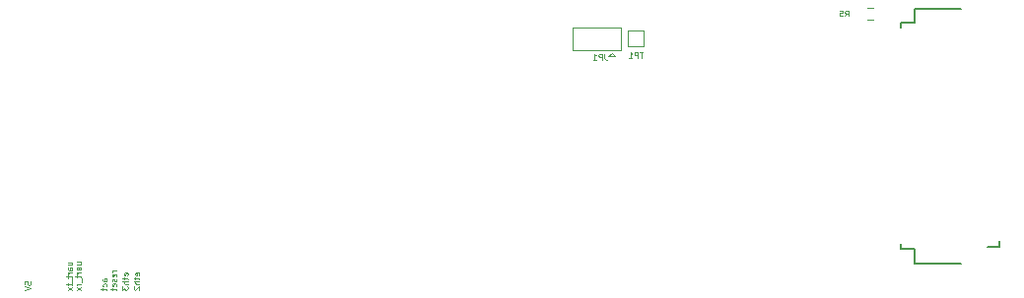
<source format=gbo>
G04 #@! TF.GenerationSoftware,KiCad,Pcbnew,5.1.8*
G04 #@! TF.CreationDate,2021-01-05T10:04:31+01:00*
G04 #@! TF.ProjectId,pislice,7069736c-6963-4652-9e6b-696361645f70,rev?*
G04 #@! TF.SameCoordinates,Original*
G04 #@! TF.FileFunction,Legend,Bot*
G04 #@! TF.FilePolarity,Positive*
%FSLAX46Y46*%
G04 Gerber Fmt 4.6, Leading zero omitted, Abs format (unit mm)*
G04 Created by KiCad (PCBNEW 5.1.8) date 2021-01-05 10:04:31*
%MOMM*%
%LPD*%
G01*
G04 APERTURE LIST*
%ADD10C,0.100000*%
%ADD11C,0.150000*%
%ADD12C,0.120000*%
%ADD13C,5.000000*%
%ADD14R,2.750000X1.200000*%
%ADD15R,1.550000X0.300000*%
%ADD16C,3.000000*%
%ADD17R,0.700000X4.300000*%
%ADD18R,0.700000X3.200000*%
%ADD19R,1.000000X1.000000*%
%ADD20R,1.000000X1.500000*%
%ADD21C,6.100000*%
G04 APERTURE END LIST*
D10*
X94526190Y-94187380D02*
X94526190Y-93949285D01*
X94764285Y-93925476D01*
X94740476Y-93949285D01*
X94716666Y-93996904D01*
X94716666Y-94115952D01*
X94740476Y-94163571D01*
X94764285Y-94187380D01*
X94811904Y-94211190D01*
X94930952Y-94211190D01*
X94978571Y-94187380D01*
X95002380Y-94163571D01*
X95026190Y-94115952D01*
X95026190Y-93996904D01*
X95002380Y-93949285D01*
X94978571Y-93925476D01*
X94526190Y-94354047D02*
X95026190Y-94520714D01*
X94526190Y-94687380D01*
X104330951Y-93401666D02*
X104354761Y-93354047D01*
X104354761Y-93258809D01*
X104330951Y-93211190D01*
X104283332Y-93187380D01*
X104092856Y-93187380D01*
X104045237Y-93211190D01*
X104021428Y-93258809D01*
X104021428Y-93354047D01*
X104045237Y-93401666D01*
X104092856Y-93425476D01*
X104140475Y-93425476D01*
X104188094Y-93187380D01*
X104021428Y-93568333D02*
X104021428Y-93758809D01*
X103854761Y-93639761D02*
X104283332Y-93639761D01*
X104330951Y-93663571D01*
X104354761Y-93711190D01*
X104354761Y-93758809D01*
X104354761Y-93925476D02*
X103854761Y-93925476D01*
X104354761Y-94139761D02*
X104092856Y-94139761D01*
X104045237Y-94115952D01*
X104021428Y-94068333D01*
X104021428Y-93996904D01*
X104045237Y-93949285D01*
X104069047Y-93925476D01*
X103902380Y-94354047D02*
X103878571Y-94377857D01*
X103854761Y-94425476D01*
X103854761Y-94544523D01*
X103878571Y-94592142D01*
X103902380Y-94615952D01*
X103949999Y-94639761D01*
X103997618Y-94639761D01*
X104069047Y-94615952D01*
X104354761Y-94330238D01*
X104354761Y-94639761D01*
X103330951Y-93401666D02*
X103354761Y-93354047D01*
X103354761Y-93258809D01*
X103330951Y-93211190D01*
X103283332Y-93187380D01*
X103092856Y-93187380D01*
X103045237Y-93211190D01*
X103021428Y-93258809D01*
X103021428Y-93354047D01*
X103045237Y-93401666D01*
X103092856Y-93425476D01*
X103140475Y-93425476D01*
X103188094Y-93187380D01*
X103021428Y-93568333D02*
X103021428Y-93758809D01*
X102854761Y-93639761D02*
X103283332Y-93639761D01*
X103330951Y-93663571D01*
X103354761Y-93711190D01*
X103354761Y-93758809D01*
X103354761Y-93925476D02*
X102854761Y-93925476D01*
X103354761Y-94139761D02*
X103092856Y-94139761D01*
X103045237Y-94115952D01*
X103021428Y-94068333D01*
X103021428Y-93996904D01*
X103045237Y-93949285D01*
X103069047Y-93925476D01*
X102854761Y-94330238D02*
X102854761Y-94639761D01*
X103045237Y-94473095D01*
X103045237Y-94544523D01*
X103069047Y-94592142D01*
X103092856Y-94615952D01*
X103140475Y-94639761D01*
X103259523Y-94639761D01*
X103307142Y-94615952D01*
X103330951Y-94592142D01*
X103354761Y-94544523D01*
X103354761Y-94401666D01*
X103330951Y-94354047D01*
X103307142Y-94330238D01*
X102354761Y-92996904D02*
X102021428Y-92996904D01*
X102116666Y-92996904D02*
X102069047Y-93020714D01*
X102045237Y-93044523D01*
X102021428Y-93092142D01*
X102021428Y-93139761D01*
X102330951Y-93496904D02*
X102354761Y-93449285D01*
X102354761Y-93354047D01*
X102330951Y-93306428D01*
X102283332Y-93282619D01*
X102092856Y-93282619D01*
X102045237Y-93306428D01*
X102021428Y-93354047D01*
X102021428Y-93449285D01*
X102045237Y-93496904D01*
X102092856Y-93520714D01*
X102140475Y-93520714D01*
X102188094Y-93282619D01*
X102330951Y-93711190D02*
X102354761Y-93758809D01*
X102354761Y-93854047D01*
X102330951Y-93901666D01*
X102283332Y-93925476D01*
X102259523Y-93925476D01*
X102211904Y-93901666D01*
X102188094Y-93854047D01*
X102188094Y-93782619D01*
X102164285Y-93735000D01*
X102116666Y-93711190D01*
X102092856Y-93711190D01*
X102045237Y-93735000D01*
X102021428Y-93782619D01*
X102021428Y-93854047D01*
X102045237Y-93901666D01*
X102330951Y-94330238D02*
X102354761Y-94282619D01*
X102354761Y-94187380D01*
X102330951Y-94139761D01*
X102283332Y-94115952D01*
X102092856Y-94115952D01*
X102045237Y-94139761D01*
X102021428Y-94187380D01*
X102021428Y-94282619D01*
X102045237Y-94330238D01*
X102092856Y-94354047D01*
X102140475Y-94354047D01*
X102188094Y-94115952D01*
X102021428Y-94496904D02*
X102021428Y-94687380D01*
X101854761Y-94568333D02*
X102283332Y-94568333D01*
X102330951Y-94592142D01*
X102354761Y-94639761D01*
X102354761Y-94687380D01*
X101554761Y-93901666D02*
X101292856Y-93901666D01*
X101245237Y-93877857D01*
X101221428Y-93830238D01*
X101221428Y-93735000D01*
X101245237Y-93687380D01*
X101530951Y-93901666D02*
X101554761Y-93854047D01*
X101554761Y-93735000D01*
X101530951Y-93687380D01*
X101483332Y-93663571D01*
X101435713Y-93663571D01*
X101388094Y-93687380D01*
X101364285Y-93735000D01*
X101364285Y-93854047D01*
X101340475Y-93901666D01*
X101530951Y-94354047D02*
X101554761Y-94306428D01*
X101554761Y-94211190D01*
X101530951Y-94163571D01*
X101507142Y-94139761D01*
X101459523Y-94115952D01*
X101316666Y-94115952D01*
X101269047Y-94139761D01*
X101245237Y-94163571D01*
X101221428Y-94211190D01*
X101221428Y-94306428D01*
X101245237Y-94354047D01*
X101221428Y-94496904D02*
X101221428Y-94687380D01*
X101054761Y-94568333D02*
X101483332Y-94568333D01*
X101530951Y-94592142D01*
X101554761Y-94639761D01*
X101554761Y-94687380D01*
X98221428Y-92496904D02*
X98554761Y-92496904D01*
X98221428Y-92282619D02*
X98483332Y-92282619D01*
X98530951Y-92306428D01*
X98554761Y-92354047D01*
X98554761Y-92425476D01*
X98530951Y-92473095D01*
X98507142Y-92496904D01*
X98554761Y-92949285D02*
X98292856Y-92949285D01*
X98245237Y-92925476D01*
X98221428Y-92877857D01*
X98221428Y-92782619D01*
X98245237Y-92735000D01*
X98530951Y-92949285D02*
X98554761Y-92901666D01*
X98554761Y-92782619D01*
X98530951Y-92735000D01*
X98483332Y-92711190D01*
X98435713Y-92711190D01*
X98388094Y-92735000D01*
X98364285Y-92782619D01*
X98364285Y-92901666D01*
X98340475Y-92949285D01*
X98554761Y-93187380D02*
X98221428Y-93187380D01*
X98316666Y-93187380D02*
X98269047Y-93211190D01*
X98245237Y-93235000D01*
X98221428Y-93282619D01*
X98221428Y-93330238D01*
X98221428Y-93425476D02*
X98221428Y-93615952D01*
X98054761Y-93496904D02*
X98483332Y-93496904D01*
X98530951Y-93520714D01*
X98554761Y-93568333D01*
X98554761Y-93615952D01*
X98602380Y-93663571D02*
X98602380Y-94044523D01*
X98221428Y-94092142D02*
X98221428Y-94282619D01*
X98054761Y-94163571D02*
X98483332Y-94163571D01*
X98530951Y-94187380D01*
X98554761Y-94235000D01*
X98554761Y-94282619D01*
X98554761Y-94401666D02*
X98221428Y-94663571D01*
X98221428Y-94401666D02*
X98554761Y-94663571D01*
X99021428Y-92473095D02*
X99354761Y-92473095D01*
X99021428Y-92258809D02*
X99283332Y-92258809D01*
X99330951Y-92282619D01*
X99354761Y-92330238D01*
X99354761Y-92401666D01*
X99330951Y-92449285D01*
X99307142Y-92473095D01*
X99354761Y-92925476D02*
X99092856Y-92925476D01*
X99045237Y-92901666D01*
X99021428Y-92854047D01*
X99021428Y-92758809D01*
X99045237Y-92711190D01*
X99330951Y-92925476D02*
X99354761Y-92877857D01*
X99354761Y-92758809D01*
X99330951Y-92711190D01*
X99283332Y-92687380D01*
X99235713Y-92687380D01*
X99188094Y-92711190D01*
X99164285Y-92758809D01*
X99164285Y-92877857D01*
X99140475Y-92925476D01*
X99354761Y-93163571D02*
X99021428Y-93163571D01*
X99116666Y-93163571D02*
X99069047Y-93187380D01*
X99045237Y-93211190D01*
X99021428Y-93258809D01*
X99021428Y-93306428D01*
X99021428Y-93401666D02*
X99021428Y-93592142D01*
X98854761Y-93473095D02*
X99283332Y-93473095D01*
X99330951Y-93496904D01*
X99354761Y-93544523D01*
X99354761Y-93592142D01*
X99402380Y-93639761D02*
X99402380Y-94020714D01*
X99354761Y-94139761D02*
X99021428Y-94139761D01*
X99116666Y-94139761D02*
X99069047Y-94163571D01*
X99045237Y-94187380D01*
X99021428Y-94235000D01*
X99021428Y-94282619D01*
X99354761Y-94401666D02*
X99021428Y-94663571D01*
X99021428Y-94401666D02*
X99354761Y-94663571D01*
D11*
G04 #@! TO.C,U1*
X177250000Y-90950000D02*
X178200000Y-90950000D01*
X178200000Y-90950000D02*
X178200000Y-90400000D01*
X170950000Y-70450000D02*
X174950000Y-70450000D01*
X170950000Y-92350000D02*
X174950000Y-92350000D01*
X170950000Y-70450000D02*
X170950000Y-71650000D01*
X170950000Y-71650000D02*
X169750000Y-71650000D01*
X169750000Y-71650000D02*
X169750000Y-72100000D01*
X169750000Y-90700000D02*
X169750000Y-91150000D01*
X169750000Y-91150000D02*
X170950000Y-91150000D01*
X170950000Y-91150000D02*
X170950000Y-92350000D01*
D12*
G04 #@! TO.C,TP1*
X146280000Y-72300000D02*
X146280000Y-73700000D01*
X147680000Y-72300000D02*
X146280000Y-72300000D01*
X147680000Y-73700000D02*
X147680000Y-72300000D01*
X146280000Y-73700000D02*
X147680000Y-73700000D01*
G04 #@! TO.C,R5*
X167369258Y-71388500D02*
X166894742Y-71388500D01*
X167369258Y-70343500D02*
X166894742Y-70343500D01*
G04 #@! TO.C,JP1*
X145700000Y-72050000D02*
X141600000Y-72050000D01*
X141600000Y-72050000D02*
X141600000Y-74050000D01*
X141600000Y-74050000D02*
X145700000Y-74050000D01*
X145700000Y-74050000D02*
X145700000Y-72050000D01*
X144950000Y-74250000D02*
X145250000Y-74550000D01*
X145250000Y-74550000D02*
X144650000Y-74550000D01*
X144950000Y-74250000D02*
X144650000Y-74550000D01*
G04 #@! TO.C,TP1*
D10*
X147610952Y-74174190D02*
X147325238Y-74174190D01*
X147468095Y-74674190D02*
X147468095Y-74174190D01*
X147158571Y-74674190D02*
X147158571Y-74174190D01*
X146968095Y-74174190D01*
X146920476Y-74198000D01*
X146896666Y-74221809D01*
X146872857Y-74269428D01*
X146872857Y-74340857D01*
X146896666Y-74388476D01*
X146920476Y-74412285D01*
X146968095Y-74436095D01*
X147158571Y-74436095D01*
X146396666Y-74674190D02*
X146682380Y-74674190D01*
X146539523Y-74674190D02*
X146539523Y-74174190D01*
X146587142Y-74245619D01*
X146634761Y-74293238D01*
X146682380Y-74317047D01*
G04 #@! TO.C,R5*
X164965333Y-71092190D02*
X165132000Y-70854095D01*
X165251047Y-71092190D02*
X165251047Y-70592190D01*
X165060571Y-70592190D01*
X165012952Y-70616000D01*
X164989142Y-70639809D01*
X164965333Y-70687428D01*
X164965333Y-70758857D01*
X164989142Y-70806476D01*
X165012952Y-70830285D01*
X165060571Y-70854095D01*
X165251047Y-70854095D01*
X164512952Y-70592190D02*
X164751047Y-70592190D01*
X164774857Y-70830285D01*
X164751047Y-70806476D01*
X164703428Y-70782666D01*
X164584380Y-70782666D01*
X164536761Y-70806476D01*
X164512952Y-70830285D01*
X164489142Y-70877904D01*
X164489142Y-70996952D01*
X164512952Y-71044571D01*
X164536761Y-71068380D01*
X164584380Y-71092190D01*
X164703428Y-71092190D01*
X164751047Y-71068380D01*
X164774857Y-71044571D01*
G04 #@! TO.C,JP1*
X144316666Y-74326190D02*
X144316666Y-74683333D01*
X144340476Y-74754761D01*
X144388095Y-74802380D01*
X144459523Y-74826190D01*
X144507142Y-74826190D01*
X144078571Y-74826190D02*
X144078571Y-74326190D01*
X143888095Y-74326190D01*
X143840476Y-74350000D01*
X143816666Y-74373809D01*
X143792857Y-74421428D01*
X143792857Y-74492857D01*
X143816666Y-74540476D01*
X143840476Y-74564285D01*
X143888095Y-74588095D01*
X144078571Y-74588095D01*
X143316666Y-74826190D02*
X143602380Y-74826190D01*
X143459523Y-74826190D02*
X143459523Y-74326190D01*
X143507142Y-74397619D01*
X143554761Y-74445238D01*
X143602380Y-74469047D01*
G04 #@! TD*
%LPC*%
D13*
G04 #@! TO.C,U1*
X93750000Y-81400000D03*
D14*
X176500000Y-71050000D03*
X176500000Y-91750000D03*
D15*
X177275000Y-72150000D03*
X169725000Y-72400000D03*
X177275000Y-72650000D03*
X169725000Y-72900000D03*
X177275000Y-73150000D03*
X169725000Y-73400000D03*
X177275000Y-73650000D03*
X169725000Y-73900000D03*
X177275000Y-74150000D03*
X169725000Y-74400000D03*
X177275000Y-74650000D03*
X169725000Y-74900000D03*
X177275000Y-75150000D03*
X169725000Y-75400000D03*
X177275000Y-75650000D03*
X169725000Y-75900000D03*
X177275000Y-76150000D03*
X169725000Y-76400000D03*
X177275000Y-76650000D03*
X169725000Y-76900000D03*
X177275000Y-77150000D03*
X169725000Y-77400000D03*
X177275000Y-77650000D03*
X169725000Y-77900000D03*
X177275000Y-78150000D03*
X169725000Y-78400000D03*
X177275000Y-78650000D03*
X169725000Y-78900000D03*
X177275000Y-79150000D03*
X169725000Y-79400000D03*
X177275000Y-79650000D03*
X169725000Y-79900000D03*
X177275000Y-80150000D03*
X169725000Y-80400000D03*
X177275000Y-80650000D03*
X169725000Y-80900000D03*
X177275000Y-81150000D03*
X169725000Y-81400000D03*
X177275000Y-81650000D03*
X169725000Y-81900000D03*
X177275000Y-82150000D03*
X169725000Y-82400000D03*
X177275000Y-82650000D03*
X169725000Y-82900000D03*
X177275000Y-83150000D03*
X169725000Y-83400000D03*
X177275000Y-83650000D03*
X169725000Y-83900000D03*
X177275000Y-84150000D03*
X169725000Y-84400000D03*
X177275000Y-84650000D03*
X169725000Y-84900000D03*
X177275000Y-85150000D03*
X169725000Y-85400000D03*
X177275000Y-85650000D03*
X169725000Y-85900000D03*
X177275000Y-88150000D03*
X169725000Y-88400000D03*
X177275000Y-88650000D03*
X169725000Y-88900000D03*
X177275000Y-89150000D03*
X169725000Y-89400000D03*
X177275000Y-89650000D03*
X169725000Y-89900000D03*
X177275000Y-90150000D03*
X169725000Y-90400000D03*
X177275000Y-90650000D03*
X169725000Y-87900000D03*
X169725000Y-87400000D03*
X169725000Y-86900000D03*
X169725000Y-86400000D03*
X177275000Y-87650000D03*
X177275000Y-87150000D03*
X177275000Y-86650000D03*
X177275000Y-86150000D03*
D16*
X93750000Y-81400000D03*
G04 #@! TD*
D17*
G04 #@! TO.C,U14*
X108240000Y-97350000D03*
X107240000Y-97350000D03*
X113240000Y-97350000D03*
X112240000Y-97350000D03*
X111240000Y-97350000D03*
X110240000Y-97350000D03*
X109240000Y-97350000D03*
X104240000Y-97350000D03*
X103240000Y-97350000D03*
X102240000Y-97350000D03*
X101240000Y-97350000D03*
X100240000Y-97350000D03*
X99240000Y-97350000D03*
X98240000Y-97350000D03*
X97240000Y-97350000D03*
X96240000Y-97350000D03*
X95240000Y-97350000D03*
D18*
X94240000Y-96800000D03*
G04 #@! TD*
D19*
G04 #@! TO.C,TP1*
X146980000Y-73000000D03*
G04 #@! TD*
G04 #@! TO.C,R5*
G36*
G01*
X166707000Y-70591000D02*
X166707000Y-71141000D01*
G75*
G02*
X166507000Y-71341000I-200000J0D01*
G01*
X166107000Y-71341000D01*
G75*
G02*
X165907000Y-71141000I0J200000D01*
G01*
X165907000Y-70591000D01*
G75*
G02*
X166107000Y-70391000I200000J0D01*
G01*
X166507000Y-70391000D01*
G75*
G02*
X166707000Y-70591000I0J-200000D01*
G01*
G37*
G36*
G01*
X168357000Y-70591000D02*
X168357000Y-71141000D01*
G75*
G02*
X168157000Y-71341000I-200000J0D01*
G01*
X167757000Y-71341000D01*
G75*
G02*
X167557000Y-71141000I0J200000D01*
G01*
X167557000Y-70591000D01*
G75*
G02*
X167757000Y-70391000I200000J0D01*
G01*
X168157000Y-70391000D01*
G75*
G02*
X168357000Y-70591000I0J-200000D01*
G01*
G37*
G04 #@! TD*
D20*
G04 #@! TO.C,JP1*
X143650000Y-73050000D03*
X142350000Y-73050000D03*
X144950000Y-73050000D03*
G04 #@! TD*
D21*
G04 #@! TO.C,U2*
X176500000Y-106500000D03*
X128500000Y-106500000D03*
X128500000Y-73500000D03*
G04 #@! TD*
M02*

</source>
